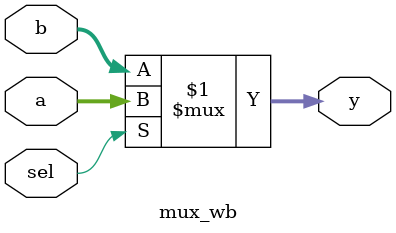
<source format=v>
module mux_wb(

    output    wire    [4:0]    y,        // Output of Multiplexer
    input        wire    [4:0]    a,        // Input 1 of Multiplexe
                                    b,        // Input 0 of Multiplexer
    input        wire                    sel    // Select Input
   );
   assign    y = sel ? a : b;
endmodule
</source>
